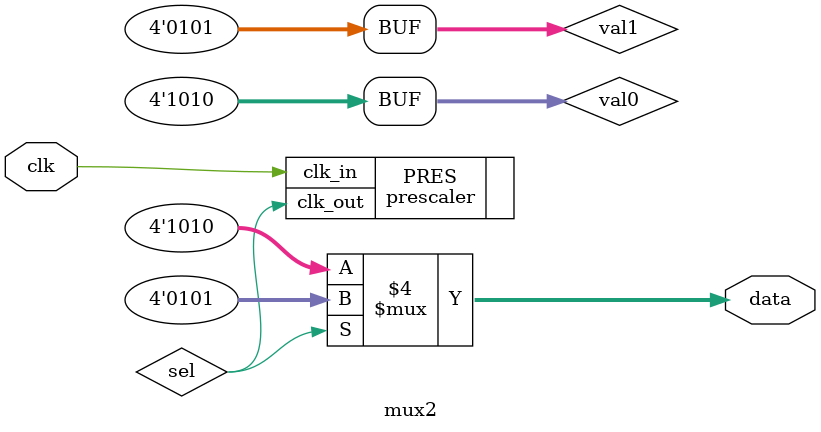
<source format=v>
module mux2(input wire clk, output reg [3:0] data);

wire [3:0] val0;
wire [3:0] val1;
wire sel;

parameter NP = 22;
parameter VAL0 = 4'b1010;
parameter VAL1 = 4'b0101;

assign val0 = VAL0;
assign val1 = VAL1;

always @(sel or val0 or val1)
  if (sel==0)
    data <= val0;
  else
    data <= val1;

prescaler #(.N(NP))
  PRES (
    .clk_in(clk),
    .clk_out(sel)
  );

endmodule

</source>
